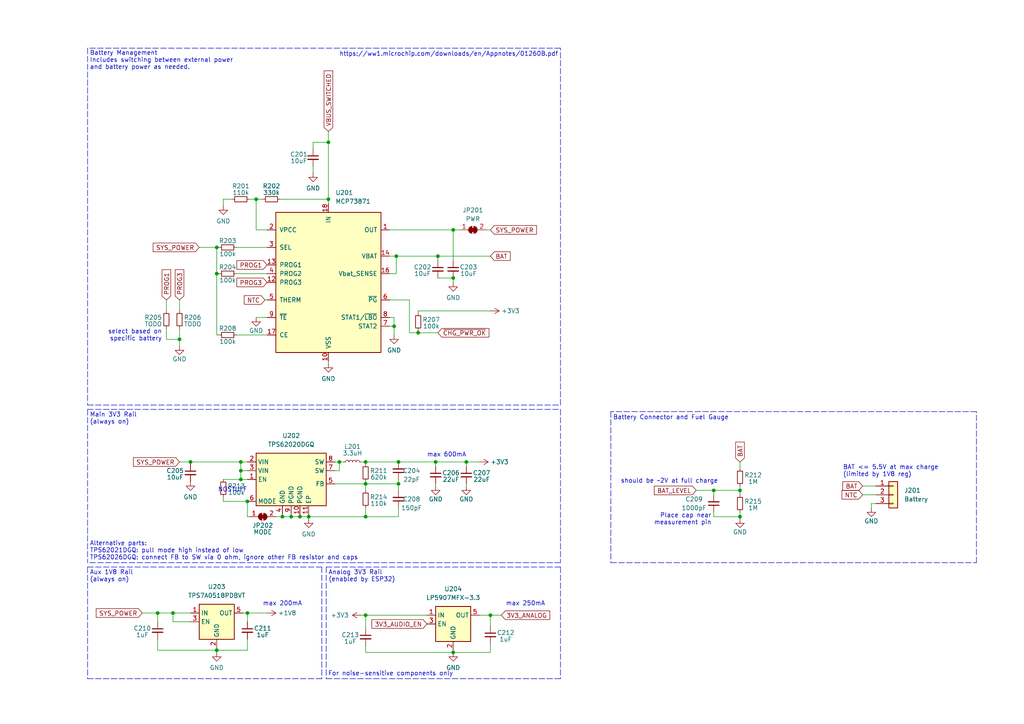
<source format=kicad_sch>
(kicad_sch (version 20211123) (generator eeschema)
  (paper "A4")
  (title_block (date "2022-09-04") (rev "1"))
  (lib_symbols
    (symbol "Battery_Management:MCP73871" (pin_names (offset 1.016))
      (property "Reference" "U" (at -7.62 24.13 0))
      (property "Value" "MCP73871" (at -15.24 21.59 0))
      (symbol "MCP73871_0_1"
        (rectangle (start -15.24 20.32) (end 15.24 -20.32) (stroke (width 0.254)) (fill (type background)))
      )
      (symbol "MCP73871_1_1"
        (pin power_out line (at 17.78 15.24 180) (length 2.54) (name "OUT") (number "1"))
        (pin power_in line (at 0 -22.86 90) (length 2.54) (name "VSS") (number "10"))
        (pin passive line (at 0 -22.86 90) (length 2.54) hide (name "VSS") (number "11"))
        (pin bidirectional line (at -17.78 0 0) (length 2.54) (name "PROG3") (number "12"))
        (pin bidirectional line (at -17.78 5.08 0) (length 2.54) (name "PROG1") (number "13"))
        (pin power_out line (at 17.78 7.62 180) (length 2.54) (name "VBAT") (number "14"))
        (pin passive line (at 17.78 7.62 180) (length 2.54) hide (name "VBAT") (number "15"))
        (pin input line (at 17.78 2.54 180) (length 2.54) (name "Vbat_SENSE") (number "16"))
        (pin input line (at -17.78 -15.24 0) (length 2.54) (name "CE") (number "17"))
        (pin power_in line (at 0 22.86 270) (length 2.54) (name "IN") (number "18"))
        (pin passive line (at 0 22.86 270) (length 2.54) hide (name "IN") (number "19"))
        (pin input line (at -17.78 15.24 0) (length 2.54) (name "VPCC") (number "2"))
        (pin passive line (at 17.78 15.24 180) (length 2.54) hide (name "OUT") (number "20"))
        (pin passive line (at 0 -22.86 90) (length 2.54) hide (name "VSS") (number "21"))
        (pin input line (at -17.78 10.16 0) (length 2.54) (name "SEL") (number "3"))
        (pin input line (at -17.78 2.54 0) (length 2.54) (name "PROG2") (number "4"))
        (pin bidirectional line (at -17.78 -5.08 0) (length 2.54) (name "THERM") (number "5"))
        (pin open_collector line (at 17.78 -5.08 180) (length 2.54) (name "~{PG}") (number "6"))
        (pin open_collector line (at 17.78 -12.7 180) (length 2.54) (name "STAT2") (number "7"))
        (pin open_collector line (at 17.78 -10.16 180) (length 2.54) (name "STAT1/~{LBO}") (number "8"))
        (pin input line (at -17.78 -10.16 0) (length 2.54) (name "~{TE}") (number "9"))
      )
    )
    (symbol "Connector_Generic:Conn_01x03" (pin_names (offset 1.016) hide)
      (property "Reference" "J" (at 0 5.08 0))
      (property "Value" "Conn_01x03" (at 0 -5.08 0))
      (symbol "Conn_01x03_1_1"
        (rectangle (start -1.27 -2.413) (end 0 -2.667) (stroke (width 0.1524)))
        (rectangle (start -1.27 0.127) (end 0 -0.127) (stroke (width 0.1524)))
        (rectangle (start -1.27 2.667) (end 0 2.413) (stroke (width 0.1524)))
        (rectangle (start -1.27 3.81) (end 1.27 -3.81) (stroke (width 0.254)) (fill (type background)))
        (pin passive line (at -5.08 2.54 0) (length 3.81) (name "Pin_1") (number "1"))
        (pin passive line (at -5.08 0 0) (length 3.81) (name "Pin_2") (number "2"))
        (pin passive line (at -5.08 -2.54 0) (length 3.81) (name "Pin_3") (number "3"))
      )
    )
    (symbol "Device:C_Small" (pin_numbers hide) (pin_names (offset 0.254) hide)
      (property "Reference" "C" (at 0.254 1.778 0))
      (property "Value" "C_Small" (at 0.254 -2.032 0))
      (symbol "C_Small_0_1"
        (polyline (pts (xy -1.524 -0.508) (xy 1.524 -0.508)) (stroke (width 0.3302)))
        (polyline (pts (xy -1.524 0.508) (xy 1.524 0.508)) (stroke (width 0.3048)))
      )
      (symbol "C_Small_1_1"
        (pin passive line (at 0 2.54 270) (length 2.032) (name "~") (number "1"))
        (pin passive line (at 0 -2.54 90) (length 2.032) (name "~") (number "2"))
      )
    )
    (symbol "Device:L_Small" (pin_numbers hide) (pin_names (offset 0.254) hide)
      (property "Reference" "L" (at 0.762 1.016 0))
      (property "Value" "L_Small" (at 0.762 -1.016 0))
      (symbol "L_Small_0_1"
        (arc (start 0 -2.032) (mid 0.508 -1.524) (end 0 -1.016))
        (arc (start 0 -1.016) (mid 0.508 -0.508) (end 0 0))
        (arc (start 0 0) (mid 0.508 0.508) (end 0 1.016))
        (arc (start 0 1.016) (mid 0.508 1.524) (end 0 2.032))
      )
      (symbol "L_Small_1_1"
        (pin passive line (at 0 2.54 270) (length 0.508) (name "~") (number "1"))
        (pin passive line (at 0 -2.54 90) (length 0.508) (name "~") (number "2"))
      )
    )
    (symbol "Device:R_Small" (pin_numbers hide) (pin_names (offset 0.254) hide)
      (property "Reference" "R" (at 0.762 0.508 0))
      (property "Value" "R_Small" (at 0.762 -1.016 0))
      (symbol "R_Small_0_1"
        (rectangle (start -0.762 1.778) (end 0.762 -1.778) (stroke (width 0.2032)))
      )
      (symbol "R_Small_1_1"
        (pin passive line (at 0 2.54 270) (length 0.762) (name "~") (number "1"))
        (pin passive line (at 0 -2.54 90) (length 0.762) (name "~") (number "2"))
      )
    )
    (symbol "Jumper:SolderJumper_2_Bridged" (pin_names (offset 0) hide)
      (property "Reference" "JP" (at 0 2.032 0))
      (property "Value" "SolderJumper_2_Bridged" (at 0 -2.54 0))
      (symbol "SolderJumper_2_Bridged_0_1"
        (rectangle (start -0.508 0.508) (end 0.508 -0.508) (fill (type outline)))
        (arc (start -0.254 1.016) (mid -1.27 0) (end -0.254 -1.016))
        (arc (start -0.254 1.016) (mid -1.27 0) (end -0.254 -1.016) (fill (type outline)))
        (polyline (pts (xy -0.254 1.016) (xy -0.254 -1.016)))
        (polyline (pts (xy 0.254 1.016) (xy 0.254 -1.016)))
        (arc (start 0.254 -1.016) (mid 1.27 0) (end 0.254 1.016))
        (arc (start 0.254 -1.016) (mid 1.27 0) (end 0.254 1.016) (fill (type outline)))
      )
      (symbol "SolderJumper_2_Bridged_1_1"
        (pin passive line (at -3.81 0 0) (length 2.54) (name "A") (number "1"))
        (pin passive line (at 3.81 0 180) (length 2.54) (name "B") (number "2"))
      )
    )
    (symbol "Regulator_Linear:LP5907MFX-3.3"
      (property "Reference" "U" (at -3.81 6.35 0))
      (property "Value" "LP5907MFX-3.3" (at 6.35 6.35 0))
      (symbol "LP5907MFX-3.3_0_1"
        (rectangle (start -5.08 -5.08) (end 5.08 5.08) (stroke (width 0.254)) (fill (type background)))
        (pin power_in line (at -7.62 2.54 0) (length 2.54) (name "IN") (number "1"))
        (pin power_in line (at 0 -7.62 90) (length 2.54) (name "GND") (number "2"))
        (pin input line (at -7.62 0 0) (length 2.54) (name "EN") (number "3"))
        (pin no_connect line (at 5.08 0 180) (length 2.54) hide (name "NC") (number "4"))
        (pin power_out line (at 7.62 2.54 180) (length 2.54) (name "OUT") (number "5"))
      )
    )
    (symbol "Regulator_Linear:TPS7A0518PDBV"
      (property "Reference" "U" (at -3.81 6.35 0))
      (property "Value" "TPS7A0518PDBV" (at 6.35 6.35 0))
      (symbol "TPS7A0518PDBV_0_1"
        (rectangle (start -5.08 -5.08) (end 5.08 5.08) (stroke (width 0.254)) (fill (type background)))
        (pin power_in line (at -7.62 2.54 0) (length 2.54) (name "IN") (number "1"))
        (pin power_in line (at 0 -7.62 90) (length 2.54) (name "GND") (number "2"))
        (pin input line (at -7.62 0 0) (length 2.54) (name "EN") (number "3"))
        (pin no_connect line (at 5.08 0 180) (length 2.54) hide (name "NC") (number "4"))
        (pin power_out line (at 7.62 2.54 180) (length 2.54) (name "OUT") (number "5"))
      )
    )
    (symbol "power:+1V8" (power) (pin_names (offset 0))
      (property "Value" "+1V8" (at 0 3.556 0))
      (symbol "+1V8_0_1"
        (polyline (pts (xy -0.762 1.27) (xy 0 2.54)))
        (polyline (pts (xy 0 0) (xy 0 2.54)))
        (polyline (pts (xy 0 2.54) (xy 0.762 1.27)))
      )
      (symbol "+1V8_1_1"
        (pin power_in line (at 0 0 90) (length 0) hide (name "+1V8") (number "1"))
      )
    )
    (symbol "power:+3V3" (power) (pin_names (offset 0))
      (property "Value" "+3V3" (at 0 3.556 0))
      (symbol "+3V3_0_1"
        (polyline (pts (xy -0.762 1.27) (xy 0 2.54)))
        (polyline (pts (xy 0 0) (xy 0 2.54)))
        (polyline (pts (xy 0 2.54) (xy 0.762 1.27)))
      )
      (symbol "+3V3_1_1"
        (pin power_in line (at 0 0 90) (length 0) hide (name "+3V3") (number "1"))
      )
    )
    (symbol "power:GND" (power) (pin_names (offset 0))
      (property "Value" "GND" (at 0 -3.81 0))
      (symbol "GND_0_1"
        (polyline (pts (xy 0 0) (xy 0 -1.27) (xy 1.27 -1.27) (xy 0 -2.54) (xy -1.27 -1.27) (xy 0 -1.27)))
      )
      (symbol "GND_1_1"
        (pin power_in line (at 0 0 270) (length 0) hide (name "GND") (number "1"))
      )
    )
    (symbol "symbols:TPS62026"
      (property "Reference" "U" (at 0 3.81 0))
      (property "Value" "TPS62026" (at 0 6.35 0))
      (symbol "TPS62026_0_0"
        (pin power_in line (at 2.54 -10.16 90) (length 2.54) (name "PGND") (number "10"))
        (pin power_in line (at 5.08 -10.16 90) (length 2.54) (name "EP") (number "11"))
      )
      (symbol "TPS62026_1_1"
        (rectangle (start -10.16 7.62) (end 10.16 -7.62) (stroke (width 0.254)) (fill (type background)))
        (pin input line (at -12.7 0 0) (length 2.54) (name "EN") (number "1"))
        (pin power_in line (at -12.7 5.08 0) (length 2.54) (name "VIN") (number "2"))
        (pin input line (at -12.7 2.54 0) (length 2.54) (name "VIN") (number "3"))
        (pin input line (at -2.54 -10.16 90) (length 2.54) (name "GND") (number "4"))
        (pin open_collector line (at 12.7 -1.27 180) (length 2.54) (name "FB") (number "5"))
        (pin open_collector line (at -12.7 -6.35 0) (length 2.54) (name "MODE") (number "6"))
        (pin power_out line (at 12.7 2.54 180) (length 2.54) (name "SW") (number "7"))
        (pin power_in line (at 12.7 5.08 180) (length 2.54) (name "SW") (number "8"))
        (pin power_in line (at 0 -10.16 90) (length 2.54) (name "PGND") (number "9"))
      )
    )
  )
  (junction (at 106.045 149.86))
  (junction (at 214.63 142.24))
  (junction (at 89.535 149.86))
  (junction (at 84.455 149.86))
  (junction (at 135.255 133.985))
  (junction (at 114.935 74.295))
  (junction (at 121.285 96.52))
  (junction (at 50.165 177.8))
  (junction (at 106.045 140.335))
  (junction (at 98.425 133.985))
  (junction (at 69.85 139.065))
  (junction (at 69.85 133.985))
  (junction (at 115.57 140.335))
  (junction (at 214.63 149.86))
  (junction (at 69.85 136.525))
  (junction (at 207.01 142.24))
  (junction (at 126.365 133.985))
  (junction (at 62.865 79.375))
  (junction (at 55.245 133.985))
  (junction (at 114.3 94.615))
  (junction (at 71.755 145.415))
  (junction (at 127 74.295))
  (junction (at 95.25 41.275))
  (junction (at 86.995 149.86))
  (junction (at 95.25 57.785))
  (junction (at 62.865 71.755))
  (junction (at 45.72 177.8))
  (junction (at 81.915 149.86))
  (junction (at 74.295 57.785))
  (junction (at 115.57 133.985))
  (junction (at 142.24 178.435))
  (junction (at 131.445 189.23))
  (junction (at 62.865 188.595))
  (junction (at 131.445 66.675))
  (junction (at 71.755 177.8))
  (junction (at 131.445 80.645))
  (junction (at 106.045 133.985))
  (junction (at 52.07 98.425))
  (junction (at 106.045 178.435))
  (polyline (pts (xy 162.56 13.97) (xy 25.4 13.97)))
  (wire (pts (xy 126.365 135.255) (xy 126.365 133.985)))
  (wire (pts (xy 115.57 147.32) (xy 115.57 149.86)))
  (wire (pts (xy 207.01 143.51) (xy 207.01 142.24)))
  (wire (pts (xy 131.445 75.565) (xy 131.445 66.675)))
  (polyline (pts (xy 25.4 164.465) (xy 25.4 196.85)))
  (wire (pts (xy 140.97 66.675) (xy 142.24 66.675)))
  (wire (pts (xy 67.31 57.785) (xy 64.77 57.785)))
  (wire (pts (xy 126.365 133.985) (xy 135.255 133.985)))
  (wire (pts (xy 55.245 180.34) (xy 50.165 180.34)))
  (polyline (pts (xy 25.4 118.745) (xy 25.4 163.195)))
  (wire (pts (xy 64.77 145.415) (xy 71.755 145.415)))
  (wire (pts (xy 55.245 133.985) (xy 69.85 133.985)))
  (wire (pts (xy 81.28 57.785) (xy 95.25 57.785)))
  (polyline (pts (xy 162.56 118.745) (xy 162.56 163.195)))
  (wire (pts (xy 86.995 149.86) (xy 89.535 149.86)))
  (wire (pts (xy 201.93 142.24) (xy 207.01 142.24)))
  (wire (pts (xy 118.745 96.52) (xy 121.285 96.52)))
  (wire (pts (xy 214.63 133.985) (xy 214.63 135.89)))
  (wire (pts (xy 74.295 66.675) (xy 74.295 57.785)))
  (wire (pts (xy 131.445 189.23) (xy 131.445 188.595)))
  (wire (pts (xy 106.045 149.86) (xy 89.535 149.86)))
  (wire (pts (xy 52.07 98.425) (xy 52.07 100.33)))
  (wire (pts (xy 62.865 71.755) (xy 63.5 71.755)))
  (wire (pts (xy 62.865 97.155) (xy 62.865 79.375)))
  (wire (pts (xy 77.47 66.675) (xy 74.295 66.675)))
  (wire (pts (xy 77.47 177.8) (xy 71.755 177.8)))
  (wire (pts (xy 71.755 139.065) (xy 69.85 139.065)))
  (polyline (pts (xy 94.615 164.465) (xy 162.56 164.465)))
  (wire (pts (xy 106.045 187.325) (xy 106.045 189.23)))
  (wire (pts (xy 135.255 133.985) (xy 135.255 135.255)))
  (wire (pts (xy 52.07 95.25) (xy 52.07 98.425)))
  (wire (pts (xy 69.85 133.985) (xy 71.755 133.985)))
  (wire (pts (xy 106.045 189.23) (xy 131.445 189.23)))
  (wire (pts (xy 71.755 149.86) (xy 72.39 149.86)))
  (wire (pts (xy 71.755 185.42) (xy 71.755 188.595)))
  (wire (pts (xy 62.865 189.23) (xy 62.865 188.595)))
  (wire (pts (xy 106.045 133.985) (xy 115.57 133.985)))
  (wire (pts (xy 114.3 92.075) (xy 113.03 92.075)))
  (wire (pts (xy 114.935 74.295) (xy 127 74.295)))
  (wire (pts (xy 55.245 133.985) (xy 55.245 134.62)))
  (wire (pts (xy 250.19 140.97) (xy 254 140.97)))
  (wire (pts (xy 77.47 97.155) (xy 68.58 97.155)))
  (wire (pts (xy 115.57 139.065) (xy 115.57 140.335)))
  (wire (pts (xy 214.63 150.495) (xy 214.63 149.86)))
  (wire (pts (xy 74.295 92.075) (xy 77.47 92.075)))
  (wire (pts (xy 142.24 181.61) (xy 142.24 178.435)))
  (wire (pts (xy 214.63 149.86) (xy 214.63 148.59)))
  (polyline (pts (xy 25.4 117.475) (xy 162.56 117.475)))
  (polyline (pts (xy 94.615 164.465) (xy 94.615 196.85)))
  (wire (pts (xy 106.045 134.62) (xy 106.045 133.985)))
  (wire (pts (xy 113.03 94.615) (xy 114.3 94.615)))
  (wire (pts (xy 95.25 105.41) (xy 95.25 104.775)))
  (wire (pts (xy 127 74.295) (xy 127 75.565)))
  (polyline (pts (xy 283.21 163.195) (xy 283.21 119.38)))
  (wire (pts (xy 135.255 140.97) (xy 135.255 140.335)))
  (wire (pts (xy 57.785 71.755) (xy 62.865 71.755)))
  (polyline (pts (xy 177.165 163.195) (xy 283.21 163.195)))
  (wire (pts (xy 115.57 140.335) (xy 106.045 140.335)))
  (polyline (pts (xy 25.4 13.97) (xy 25.4 117.475)))
  (wire (pts (xy 81.915 149.86) (xy 84.455 149.86)))
  (wire (pts (xy 106.045 182.245) (xy 106.045 178.435)))
  (wire (pts (xy 76.835 86.995) (xy 77.47 86.995)))
  (wire (pts (xy 64.77 139.065) (xy 69.85 139.065)))
  (wire (pts (xy 86.995 149.225) (xy 86.995 149.86)))
  (wire (pts (xy 131.445 66.675) (xy 133.35 66.675)))
  (wire (pts (xy 89.535 149.86) (xy 89.535 150.495)))
  (wire (pts (xy 50.165 177.8) (xy 55.245 177.8)))
  (wire (pts (xy 71.755 145.415) (xy 71.755 149.86)))
  (wire (pts (xy 250.19 143.51) (xy 254 143.51)))
  (wire (pts (xy 69.85 136.525) (xy 69.85 139.065)))
  (wire (pts (xy 50.165 180.34) (xy 50.165 177.8)))
  (wire (pts (xy 106.045 178.435) (xy 123.825 178.435)))
  (wire (pts (xy 121.285 96.52) (xy 127 96.52)))
  (polyline (pts (xy 93.345 164.465) (xy 93.345 196.85)))
  (wire (pts (xy 131.445 81.915) (xy 131.445 80.645)))
  (wire (pts (xy 104.775 178.435) (xy 106.045 178.435)))
  (wire (pts (xy 64.77 57.785) (xy 64.77 59.69)))
  (wire (pts (xy 95.25 41.275) (xy 95.25 57.785)))
  (wire (pts (xy 106.045 147.32) (xy 106.045 149.86)))
  (wire (pts (xy 113.03 86.995) (xy 118.745 86.995)))
  (wire (pts (xy 98.425 133.985) (xy 97.155 133.985)))
  (wire (pts (xy 71.755 188.595) (xy 62.865 188.595)))
  (wire (pts (xy 90.805 43.18) (xy 90.805 41.275)))
  (wire (pts (xy 98.425 136.525) (xy 98.425 133.985)))
  (wire (pts (xy 114.935 79.375) (xy 114.935 74.295)))
  (wire (pts (xy 118.745 86.995) (xy 118.745 96.52)))
  (wire (pts (xy 80.01 149.86) (xy 81.915 149.86)))
  (polyline (pts (xy 162.56 163.195) (xy 25.4 163.195)))
  (wire (pts (xy 52.07 86.995) (xy 52.07 90.17)))
  (wire (pts (xy 252.73 146.05) (xy 252.73 147.32)))
  (wire (pts (xy 126.365 140.97) (xy 126.365 140.335)))
  (wire (pts (xy 68.58 79.375) (xy 77.47 79.375)))
  (wire (pts (xy 41.275 177.8) (xy 45.72 177.8)))
  (polyline (pts (xy 177.165 119.38) (xy 177.165 163.195)))
  (wire (pts (xy 45.72 177.8) (xy 50.165 177.8)))
  (wire (pts (xy 207.01 149.86) (xy 214.63 149.86)))
  (wire (pts (xy 99.695 133.985) (xy 98.425 133.985)))
  (polyline (pts (xy 162.56 164.465) (xy 162.56 196.85)))
  (wire (pts (xy 95.25 57.785) (xy 95.25 59.055)))
  (wire (pts (xy 64.77 145.415) (xy 64.77 144.145)))
  (wire (pts (xy 84.455 149.86) (xy 86.995 149.86)))
  (wire (pts (xy 214.63 142.24) (xy 214.63 140.97)))
  (wire (pts (xy 145.415 178.435) (xy 142.24 178.435)))
  (wire (pts (xy 71.755 136.525) (xy 69.85 136.525)))
  (wire (pts (xy 45.72 180.34) (xy 45.72 177.8)))
  (wire (pts (xy 45.72 185.42) (xy 45.72 188.595)))
  (wire (pts (xy 113.03 79.375) (xy 114.935 79.375)))
  (wire (pts (xy 48.26 95.25) (xy 48.26 98.425)))
  (wire (pts (xy 114.3 97.155) (xy 114.3 94.615)))
  (wire (pts (xy 90.805 41.275) (xy 95.25 41.275)))
  (wire (pts (xy 74.295 57.785) (xy 76.2 57.785)))
  (wire (pts (xy 214.63 143.51) (xy 214.63 142.24)))
  (wire (pts (xy 142.24 186.69) (xy 142.24 189.23)))
  (polyline (pts (xy 162.56 196.85) (xy 94.615 196.85)))
  (polyline (pts (xy 162.56 117.475) (xy 162.56 13.97)))
  (wire (pts (xy 90.805 48.26) (xy 90.805 50.165)))
  (polyline (pts (xy 283.21 119.38) (xy 177.165 119.38)))
  (wire (pts (xy 71.755 180.34) (xy 71.755 177.8)))
  (wire (pts (xy 127 74.295) (xy 142.24 74.295)))
  (wire (pts (xy 254 146.05) (xy 252.73 146.05)))
  (wire (pts (xy 89.535 149.225) (xy 89.535 149.86)))
  (wire (pts (xy 84.455 149.225) (xy 84.455 149.86)))
  (polyline (pts (xy 93.345 196.85) (xy 25.4 196.85)))
  (wire (pts (xy 142.24 178.435) (xy 139.065 178.435)))
  (wire (pts (xy 97.155 140.335) (xy 106.045 140.335)))
  (wire (pts (xy 115.57 133.985) (xy 126.365 133.985)))
  (wire (pts (xy 106.045 140.335) (xy 106.045 142.24)))
  (wire (pts (xy 81.915 149.225) (xy 81.915 149.86)))
  (wire (pts (xy 63.5 79.375) (xy 62.865 79.375)))
  (wire (pts (xy 114.3 94.615) (xy 114.3 92.075)))
  (wire (pts (xy 115.57 140.335) (xy 115.57 142.24)))
  (wire (pts (xy 113.03 66.675) (xy 131.445 66.675)))
  (wire (pts (xy 48.26 98.425) (xy 52.07 98.425)))
  (wire (pts (xy 106.045 133.985) (xy 104.775 133.985)))
  (wire (pts (xy 45.72 188.595) (xy 62.865 188.595)))
  (polyline (pts (xy 25.4 164.465) (xy 93.345 164.465)))
  (wire (pts (xy 106.045 140.335) (xy 106.045 139.7)))
  (wire (pts (xy 69.85 136.525) (xy 69.85 133.985)))
  (wire (pts (xy 63.5 97.155) (xy 62.865 97.155)))
  (wire (pts (xy 115.57 149.86) (xy 106.045 149.86)))
  (wire (pts (xy 121.285 90.17) (xy 142.24 90.17)))
  (wire (pts (xy 121.285 95.885) (xy 121.285 96.52)))
  (wire (pts (xy 135.255 133.985) (xy 139.065 133.985)))
  (wire (pts (xy 127 80.645) (xy 131.445 80.645)))
  (wire (pts (xy 62.865 188.595) (xy 62.865 187.96)))
  (wire (pts (xy 97.155 136.525) (xy 98.425 136.525)))
  (wire (pts (xy 68.58 71.755) (xy 77.47 71.755)))
  (wire (pts (xy 95.25 38.1) (xy 95.25 41.275)))
  (wire (pts (xy 207.01 148.59) (xy 207.01 149.86)))
  (polyline (pts (xy 25.4 118.745) (xy 162.56 118.745)))
  (wire (pts (xy 48.26 86.995) (xy 48.26 90.17)))
  (wire (pts (xy 72.39 57.785) (xy 74.295 57.785)))
  (wire (pts (xy 207.01 142.24) (xy 214.63 142.24)))
  (wire (pts (xy 62.865 71.755) (xy 62.865 79.375)))
  (wire (pts (xy 71.755 177.8) (xy 70.485 177.8)))
  (wire (pts (xy 113.03 74.295) (xy 114.935 74.295)))
  (wire (pts (xy 121.285 90.17) (xy 121.285 90.805)))
  (wire (pts (xy 142.24 189.23) (xy 131.445 189.23)))
  (wire (pts (xy 52.07 133.985) (xy 55.245 133.985)))
  (text "Place cap near\nmeasurement pin" (at 206.375 152.4 180) (effects (font (size 1.27 1.27)) (justify right bottom)))
  (text "Aux 1V8 Rail\n(always on)" (at 26.035 168.91 0) (effects (font (size 1.27 1.27)) (justify left bottom)))
  (text "max 600mA" (at 123.825 132.715 0) (effects (font (size 1.27 1.27)) (justify left bottom)))
  (text "https://ww1.microchip.com/downloads/en/Appnotes/01260B.pdf" (at 161.925 16.51 0) (effects (font (size 1.27 1.27)) (justify right bottom)))
  (text "Battery Connector and Fuel Gauge" (at 177.8 121.92 0) (effects (font (size 1.27 1.27)) (justify left bottom)))
  (text "Main 3V3 Rail\n(always on)" (at 26.035 123.19 0) (effects (font (size 1.27 1.27)) (justify left bottom)))
  (text "max 250mA" (at 146.685 175.895 0) (effects (font (size 1.27 1.27)) (justify left bottom)))
  (text "should be ~2V at full charge" (at 208.28 140.335 180) (effects (font (size 1.27 1.27)) (justify right bottom)))
  (text "Battery Management\nIncludes switching between external power\nand battery power as needed." (at 26.035 20.32 0) (effects (font (size 1.27 1.27)) (justify left bottom)))
  (text "max 200mA" (at 76.2 175.895 0) (effects (font (size 1.27 1.27)) (justify left bottom)))
  (text "NOSTUFF" (at 71.755 142.875 180) (effects (font (size 1.27 1.27)) (justify right bottom)))
  (text "For noise-sensitive components only" (at 131.445 196.215 180) (effects (font (size 1.27 1.27)) (justify right bottom)))
  (text "select based on\nspecific battery" (at 46.99 99.06 180) (effects (font (size 1.27 1.27)) (justify right bottom)))
  (text "Analog 3V3 Rail\n(enabled by ESP32)" (at 95.25 168.91 0) (effects (font (size 1.27 1.27)) (justify left bottom)))
  (text "Alternative parts:\nTPS62021DGQ: pull mode high instead of low\nTPS62026DGQ: connect FB to SW via 0 ohm, ignore other FB resistor and caps" (at 26.035 162.56 0) (effects (font (size 1.27 1.27)) (justify left bottom)))
  (text "BAT <= 5.5V at max charge\n(limited by 1V8 reg)" (at 244.475 138.43 0) (effects (font (size 1.27 1.27)) (justify left bottom)))
  (global_label "~{CHG_PWR_OK}" (shape input) (at 127 96.52 0) (property "Intersheet References" "${INTERSHEET_REFS}" (effects hide)))
  (global_label "BAT" (shape input) (at 250.19 140.97 180) (property "Intersheet References" "${INTERSHEET_REFS}" (effects hide)))
  (global_label "PROG3" (shape input) (at 52.07 86.995 90) (property "Intersheet References" "${INTERSHEET_REFS}" (effects hide)))
  (global_label "3V3_AUDIO_EN" (shape input) (at 123.825 180.975 180) (property "Intersheet References" "${INTERSHEET_REFS}" (effects hide)))
  (global_label "SYS_POWER" (shape input) (at 142.24 66.675 0) (property "Intersheet References" "${INTERSHEET_REFS}" (effects hide)))
  (global_label "PROG3" (shape input) (at 77.47 81.915 180) (property "Intersheet References" "${INTERSHEET_REFS}" (effects hide)))
  (global_label "PROG1" (shape input) (at 48.26 86.995 90) (property "Intersheet References" "${INTERSHEET_REFS}" (effects hide)))
  (global_label "SYS_POWER" (shape input) (at 52.07 133.985 180) (property "Intersheet References" "${INTERSHEET_REFS}" (effects hide)))
  (global_label "NTC" (shape input) (at 76.835 86.995 180) (property "Intersheet References" "${INTERSHEET_REFS}" (effects hide)))
  (global_label "BAT" (shape input) (at 214.63 133.985 90) (property "Intersheet References" "${INTERSHEET_REFS}" (effects hide)))
  (global_label "3V3_ANALOG" (shape input) (at 145.415 178.435 0) (property "Intersheet References" "${INTERSHEET_REFS}" (effects hide)))
  (global_label "VBUS_SWITCHED" (shape input) (at 95.25 38.1 90) (property "Intersheet References" "${INTERSHEET_REFS}" (effects hide)))
  (global_label "SYS_POWER" (shape input) (at 41.275 177.8 180) (property "Intersheet References" "${INTERSHEET_REFS}" (effects hide)))
  (global_label "SYS_POWER" (shape input) (at 57.785 71.755 180) (property "Intersheet References" "${INTERSHEET_REFS}" (effects hide)))
  (global_label "BAT" (shape input) (at 142.24 74.295 0) (property "Intersheet References" "${INTERSHEET_REFS}" (effects hide)))
  (global_label "PROG1" (shape input) (at 77.47 76.835 180) (property "Intersheet References" "${INTERSHEET_REFS}" (effects hide)))
  (global_label "BAT_LEVEL" (shape input) (at 201.93 142.24 180) (property "Intersheet References" "${INTERSHEET_REFS}" (effects hide)))
  (global_label "NTC" (shape input) (at 250.19 143.51 180) (property "Intersheet References" "${INTERSHEET_REFS}" (effects hide)))
  (symbol (lib_id "Device:R_Small") (at 66.04 71.755 90) (unit 1)
    (property "Reference" "R203" (at 66.04 69.85 90))
    (property "Value" "100k" (at 66.04 73.66 90))
    (property "Footprint" "Resistor_SMD:R_0603_1608Metric" (effects hide))
    (property "PN" "RC0603JR-10100KL" (effects hide))
  )
  (symbol (lib_id "Device:C_Small") (at 45.72 182.88 0) (unit 1)
    (property "Reference" "C210" (at 41.275 182.245 0))
    (property "Value" "1uF" (at 41.275 184.15 0))
    (property "Footprint" "Capacitor_SMD:C_0805_2012Metric" (effects hide))
    (property "PN" "EMK212BJ105KG-T" (effects hide))
  )
  (symbol (lib_id "Device:R_Small") (at 214.63 146.05 0) (unit 1)
    (property "Reference" "R215" (at 218.44 145.415 0))
    (property "Value" "1M" (at 218.44 147.32 0))
    (property "Footprint" "Resistor_SMD:R_0603_1608Metric" (effects hide))
    (property "PN" "AC0603FR-131ML" (effects hide))
  )
  (symbol (lib_id "Regulator_Linear:LP5907MFX-3.3") (at 131.445 180.975 0) (unit 1)
    (property "Reference" "U204" (at 131.445 170.815 0))
    (property "Value" "LP5907MFX-3.3" (at 131.445 173.355 0))
    (property "Footprint" "Package_TO_SOT_SMD:SOT-23-5" (effects hide))
    (property "Datasheet" "http://www.ti.com/lit/ds/symlink/lp5907.pdf" (effects hide))
    (property "PN" "LP5907MFX-3.3" (effects hide))
  )
  (symbol (lib_id "Device:C_Small") (at 126.365 137.795 0) (unit 1)
    (property "Reference" "C206" (at 130.81 137.16 0))
    (property "Value" "22uF" (at 130.81 139.065 0))
    (property "Footprint" "Capacitor_SMD:C_1206_3216Metric" (effects hide))
    (property "PN" "CL31A226MOCLNNC" (effects hide))
  )
  (symbol (lib_id "power:+3V3") (at 139.065 133.985 270) (unit 1)
    (property "Reference" "#PWR0207" (effects hide))
    (property "Value" "+3V3" (at 142.24 133.9849 90) (effects (justify left)))
  )
  (symbol (lib_id "Regulator_Linear:TPS7A0518PDBV") (at 62.865 180.34 0) (unit 1)
    (property "Reference" "U203" (at 62.865 170.18 0))
    (property "Value" "TPS7A0518PDBVT" (at 62.865 172.72 0))
    (property "Footprint" "Package_TO_SOT_SMD:SOT-23-5" (effects hide))
    (property "Datasheet" "https://www.ti.com/lit/ds/symlink/tps7a05.pdf" (effects hide))
    (property "PN" "TPS7A0518PDBVT" (effects hide))
  )
  (symbol (lib_id "Device:C_Small") (at 55.245 137.16 0) (unit 1)
    (property "Reference" "C205" (at 50.8 136.525 0))
    (property "Value" "10uF" (at 50.8 138.43 0))
    (property "Footprint" "Capacitor_SMD:C_0805_2012Metric" (effects hide))
    (property "PN" "EMK212ABJ106KG-T" (effects hide))
  )
  (symbol (lib_id "Device:R_Small") (at 66.04 97.155 90) (unit 1)
    (property "Reference" "R208" (at 66.04 95.25 90))
    (property "Value" "100k" (at 66.04 99.06 90))
    (property "Footprint" "Resistor_SMD:R_0603_1608Metric" (effects hide))
    (property "PN" "RC0603JR-10100KL" (effects hide))
  )
  (symbol (lib_id "Device:C_Small") (at 71.755 182.88 0) (mirror y) (unit 1)
    (property "Reference" "C211" (at 76.2 182.245 0))
    (property "Value" "1uF" (at 76.2 184.15 0))
    (property "Footprint" "Capacitor_SMD:C_0805_2012Metric" (effects hide))
    (property "PN" "EMK212BJ105KG-T" (effects hide))
  )
  (symbol (lib_id "power:GND") (at 62.865 189.23 0) (unit 1)
    (property "Reference" "#PWR0216" (effects hide))
    (property "Value" "GND" (at 62.865 193.675 0))
  )
  (symbol (lib_id "Device:R_Small") (at 121.285 93.345 0) (unit 1)
    (property "Reference" "R207" (at 125.095 92.71 0))
    (property "Value" "100k" (at 125.095 94.615 0))
    (property "Footprint" "Resistor_SMD:R_0603_1608Metric" (effects hide))
    (property "PN" "RC0603JR-10100KL" (effects hide))
  )
  (symbol (lib_id "power:GND") (at 89.535 150.495 0) (unit 1)
    (property "Reference" "#PWR0212" (effects hide))
    (property "Value" "GND" (at 89.535 154.94 0))
  )
  (symbol (lib_id "Device:R_Small") (at 64.77 141.605 0) (unit 1) (in_bom no)
    (property "Reference" "R213" (at 68.58 140.97 0))
    (property "Value" "100k" (at 68.58 142.875 0))
    (property "Footprint" "Resistor_SMD:R_0603_1608Metric" (effects hide))
    (property "PN" "RC0603JR-10100KL" (effects hide))
  )
  (symbol (lib_id "power:GND") (at 252.73 147.32 0) (unit 1)
    (property "Reference" "#PWR0211" (effects hide))
    (property "Value" "GND" (at 252.73 151.13 0))
  )
  (symbol (lib_id "Device:C_Small") (at 127 78.105 0) (unit 1)
    (property "Reference" "C202" (at 122.555 77.47 0))
    (property "Value" "10uF" (at 122.555 79.375 0))
    (property "Footprint" "Capacitor_SMD:C_0805_2012Metric" (effects hide))
    (property "PN" "EMK212ABJ106KG-T" (effects hide))
  )
  (symbol (lib_id "Battery_Management:MCP73871") (at 95.25 81.915 0) (unit 1)
    (property "Reference" "U201" (at 97.2694 55.88 0) (effects (justify left)))
    (property "Value" "MCP73871" (at 97.2694 58.42 0) (effects (justify left)))
    (property "Footprint" "Package_DFN_QFN:QFN-20-1EP_4x4mm_P0.5mm_EP2.5x2.5mm" (effects hide))
    (property "Datasheet" "http://www.mouser.com/ds/2/268/22090a-52174.pdf" (effects hide))
    (property "PN" "MCP73871" (effects hide))
  )
  (symbol (lib_id "power:GND") (at 74.295 92.075 0) (unit 1)
    (property "Reference" "#PWR0204" (effects hide))
    (property "Value" "GND" (at 74.295 95.885 0))
  )
  (symbol (lib_id "Device:R_Small") (at 214.63 138.43 0) (unit 1)
    (property "Reference" "R212" (at 218.44 137.795 0))
    (property "Value" "1M" (at 218.44 139.7 0))
    (property "Footprint" "Resistor_SMD:R_0603_1608Metric" (effects hide))
    (property "PN" "AC0603FR-131ML" (effects hide))
  )
  (symbol (lib_id "Device:C_Small") (at 207.01 146.05 180) (unit 1)
    (property "Reference" "C209" (at 201.295 144.78 0))
    (property "Value" "1000pF" (at 201.295 147.32 0))
    (property "Footprint" "Capacitor_SMD:C_0603_1608Metric" (effects hide))
    (property "PN" "0805YD102KAT2A" (effects hide))
  )
  (symbol (lib_id "Device:C_Small") (at 115.57 136.525 180) (unit 1)
    (property "Reference" "C204" (at 119.38 136.525 0))
    (property "Value" "22pF" (at 119.38 139.065 0))
    (property "Footprint" "Capacitor_SMD:C_0805_2012Metric" (effects hide))
    (property "PN" "C0805C220J4HACTU" (effects hide))
  )
  (symbol (lib_id "Device:R_Small") (at 48.26 92.71 0) (mirror y) (unit 1)
    (property "Reference" "R205" (at 44.45 92.075 0))
    (property "Value" "TODO" (at 44.45 93.98 0))
    (property "Footprint" "Resistor_SMD:R_0603_1608Metric" (effects hide))
  )
  (symbol (lib_id "Device:C_Small") (at 131.445 78.105 0) (unit 1)
    (property "Reference" "C203" (at 135.89 77.47 0))
    (property "Value" "10uF" (at 135.89 79.375 0))
    (property "Footprint" "Capacitor_SMD:C_0805_2012Metric" (effects hide))
    (property "PN" "EMK212ABJ106KG-T" (effects hide))
  )
  (symbol (lib_id "symbols:TPS62026") (at 84.455 139.065 0) (unit 1)
    (property "Reference" "U202" (at 84.455 126.365 0))
    (property "Value" "TPS62020DGQ" (at 84.455 128.905 0))
    (property "Footprint" "Package_SO:MSOP-10-1EP_3x3mm_P0.5mm_EP1.68x1.88mm_ThermalVias" (effects hide))
    (property "PN" "TPS62020DGQ" (effects hide))
  )
  (symbol (lib_id "Device:C_Small") (at 90.805 45.72 0) (unit 1)
    (property "Reference" "C201" (at 86.6775 44.7675 0))
    (property "Value" "10uF" (at 86.6775 46.6725 0))
    (property "Footprint" "Capacitor_SMD:C_0805_2012Metric" (effects hide))
    (property "PN" "EMK212ABJ106KG-T" (effects hide))
  )
  (symbol (lib_id "Device:C_Small") (at 142.24 184.15 0) (mirror y) (unit 1)
    (property "Reference" "C212" (at 146.685 183.515 0))
    (property "Value" "1uF" (at 146.685 185.42 0))
    (property "Footprint" "Capacitor_SMD:C_0805_2012Metric" (effects hide))
    (property "PN" "EMK212BJ105KG-T" (effects hide))
  )
  (symbol (lib_id "Device:R_Small") (at 66.04 79.375 90) (unit 1)
    (property "Reference" "R204" (at 66.04 77.47 90))
    (property "Value" "100k" (at 66.04 81.28 90))
    (property "Footprint" "Resistor_SMD:R_0603_1608Metric" (effects hide))
    (property "PN" "RC0603JR-10100KL" (effects hide))
  )
  (symbol (lib_id "Device:R_Small") (at 69.85 57.785 90) (unit 1)
    (property "Reference" "R201" (at 69.85 53.975 90))
    (property "Value" "110k" (at 69.85 55.88 90))
    (property "Footprint" "Resistor_SMD:R_0603_1608Metric" (effects hide))
    (property "PN" "AC0603FR-07110KL" (effects hide))
  )
  (symbol (lib_id "Device:C_Small") (at 135.255 137.795 0) (unit 1)
    (property "Reference" "C207" (at 139.7 137.16 0))
    (property "Value" "22uF" (at 139.7 139.065 0))
    (property "Footprint" "Capacitor_SMD:C_1206_3216Metric" (effects hide))
    (property "PN" "CL31A226MOCLNNC" (effects hide))
  )
  (symbol (lib_id "Device:L_Small") (at 102.235 133.985 90) (unit 1)
    (property "Reference" "L201" (at 102.235 129.54 90))
    (property "Value" "3.3uH" (at 102.235 131.445 90))
    (property "Footprint" "Inductor_SMD:L_Wuerth_MAPI-3012" (effects hide))
    (property "PN" "NRH3012T3R3MN" (effects hide))
  )
  (symbol (lib_id "power:+1V8") (at 77.47 177.8 270) (unit 1)
    (property "Reference" "#PWR0214" (effects hide))
    (property "Value" "+1V8" (at 80.645 177.7999 90) (effects (justify left)))
  )
  (symbol (lib_id "power:GND") (at 52.07 100.33 0) (unit 1)
    (property "Reference" "#PWR0205" (effects hide))
    (property "Value" "GND" (at 52.07 104.14 0))
  )
  (symbol (lib_id "power:GND") (at 131.445 81.915 0) (unit 1)
    (property "Reference" "#PWR0203" (effects hide))
    (property "Value" "GND" (at 131.445 86.36 0))
  )
  (symbol (lib_id "Jumper:SolderJumper_2_Bridged") (at 76.2 149.86 0) (unit 1) (in_bom no)
    (property "Reference" "JP202" (at 76.2 152.4 0))
    (property "Value" "MODE" (at 76.2 154.305 0))
    (property "Footprint" "Jumper:SolderJumper-2_P1.3mm_Bridged_RoundedPad1.0x1.5mm" (effects hide))
  )
  (symbol (lib_id "power:+3V3") (at 104.775 178.435 90) (unit 1)
    (property "Reference" "#PWR0215" (effects hide))
    (property "Value" "+3V3" (at 95.885 178.435 90) (effects (justify right)))
  )
  (symbol (lib_id "power:GND") (at 114.3 97.155 0) (unit 1)
    (property "Reference" "#PWR0110" (effects hide))
    (property "Value" "GND" (at 114.3 101.6 0))
  )
  (symbol (lib_id "Device:R_Small") (at 78.74 57.785 90) (unit 1)
    (property "Reference" "R202" (at 78.74 53.975 90))
    (property "Value" "330k" (at 78.74 55.88 90))
    (property "Footprint" "Resistor_SMD:R_0603_1608Metric" (effects hide))
    (property "PN" "RT0603FRE07330KL" (effects hide))
  )
  (symbol (lib_id "Device:C_Small") (at 106.045 184.785 0) (unit 1)
    (property "Reference" "C213" (at 101.6 184.15 0))
    (property "Value" "1uF" (at 101.6 186.055 0))
    (property "Footprint" "Capacitor_SMD:C_0805_2012Metric" (effects hide))
    (property "PN" "EMK212BJ105KG-T" (effects hide))
  )
  (symbol (lib_id "power:GND") (at 64.77 59.69 0) (unit 1)
    (property "Reference" "#PWR0202" (effects hide))
    (property "Value" "GND" (at 64.77 64.135 0))
  )
  (symbol (lib_id "Jumper:SolderJumper_2_Bridged") (at 137.16 66.675 0) (unit 1) (in_bom no)
    (property "Reference" "JP201" (at 137.16 60.96 0))
    (property "Value" "PWR" (at 137.16 63.5 0))
    (property "Footprint" "Jumper:SolderJumper-2_P1.3mm_Bridged_RoundedPad1.0x1.5mm" (effects hide))
  )
  (symbol (lib_id "power:GND") (at 131.445 189.23 0) (unit 1)
    (property "Reference" "#PWR0217" (effects hide))
    (property "Value" "GND" (at 131.445 193.675 0))
  )
  (symbol (lib_id "Device:R_Small") (at 106.045 144.78 0) (unit 1)
    (property "Reference" "R214" (at 109.855 144.145 0))
    (property "Value" "110k" (at 109.855 146.05 0))
    (property "Footprint" "Resistor_SMD:R_0603_1608Metric" (effects hide))
    (property "PN" "AC0603FR-07110KL" (effects hide))
  )
  (symbol (lib_id "Device:C_Small") (at 115.57 144.78 180) (unit 1)
    (property "Reference" "C208" (at 119.38 144.78 0))
    (property "Value" "150pF" (at 119.38 147.32 0))
    (property "Footprint" "Capacitor_SMD:C_0805_2012Metric" (effects hide))
    (property "PN" "885012207028" (effects hide))
  )
  (symbol (lib_id "power:GND") (at 214.63 150.495 0) (unit 1)
    (property "Reference" "#PWR0213" (effects hide))
    (property "Value" "GND" (at 214.63 154.305 0))
  )
  (symbol (lib_id "Device:R_Small") (at 106.045 137.16 0) (unit 1)
    (property "Reference" "R211" (at 109.855 136.525 0))
    (property "Value" "620k" (at 109.855 138.43 0))
    (property "Footprint" "Resistor_SMD:R_0603_1608Metric" (effects hide))
    (property "PN" "AC0603FR-07620KL" (effects hide))
  )
  (symbol (lib_id "power:GND") (at 126.365 140.97 0) (unit 1)
    (property "Reference" "#PWR0209" (effects hide))
    (property "Value" "GND" (at 126.365 144.78 0))
  )
  (symbol (lib_id "power:+3V3") (at 142.24 90.17 270) (unit 1)
    (property "Reference" "#PWR0121" (effects hide))
    (property "Value" "+3V3" (at 145.415 90.1699 90) (effects (justify left)))
  )
  (symbol (lib_id "power:GND") (at 95.25 105.41 0) (unit 1)
    (property "Reference" "#PWR0206" (effects hide))
    (property "Value" "GND" (at 95.25 109.855 0))
  )
  (symbol (lib_id "power:GND") (at 90.805 50.165 0) (unit 1)
    (property "Reference" "#PWR0201" (effects hide))
    (property "Value" "GND" (at 90.805 54.61 0))
  )
  (symbol (lib_id "Connector_Generic:Conn_01x03") (at 259.08 143.51 0) (unit 1)
    (property "Reference" "J201" (at 262.255 142.2399 0) (effects (justify left)))
    (property "Value" "Battery" (at 262.255 144.7799 0) (effects (justify left)))
    (property "Footprint" "Connector_Molex:Molex_PicoBlade_53047-0310_1x03_P1.25mm_Vertical" (effects hide))
    (property "PN" "0530470310" (effects hide))
  )
  (symbol (lib_id "Device:R_Small") (at 52.07 92.71 0) (unit 1)
    (property "Reference" "R206" (at 55.88 92.075 0))
    (property "Value" "TODO" (at 55.88 93.98 0))
    (property "Footprint" "Resistor_SMD:R_0603_1608Metric" (effects hide))
  )
  (symbol (lib_id "power:GND") (at 55.245 139.7 0) (unit 1)
    (property "Reference" "#PWR0208" (effects hide))
    (property "Value" "GND" (at 55.245 144.145 0))
  )
  (symbol (lib_id "power:GND") (at 135.255 140.97 0) (unit 1)
    (property "Reference" "#PWR0210" (effects hide))
    (property "Value" "GND" (at 135.255 144.78 0))
  )
)
</source>
